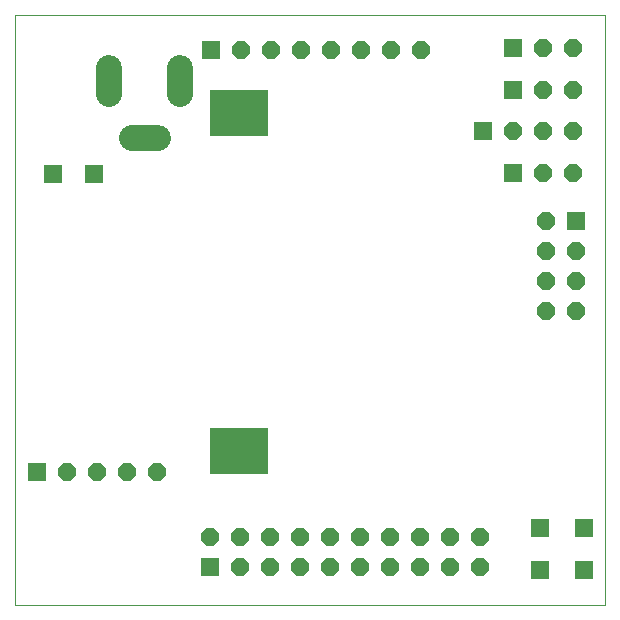
<source format=gbl>
G75*
%MOIN*%
%OFA0B0*%
%FSLAX24Y24*%
%IPPOS*%
%LPD*%
%AMOC8*
5,1,8,0,0,1.08239X$1,22.5*
%
%ADD10C,0.0000*%
%ADD11C,0.0860*%
%ADD12R,0.0600X0.0600*%
%ADD13OC8,0.0600*%
%ADD14R,0.1969X0.1575*%
%ADD15R,0.0591X0.0591*%
D10*
X000500Y000500D02*
X000500Y020185D01*
X020185Y020185D01*
X020185Y000500D01*
X000500Y000500D01*
X000500Y020185D01*
X020185Y020185D01*
X020185Y000500D01*
X000500Y000500D01*
D11*
X004401Y016071D02*
X005261Y016071D01*
X006012Y017531D02*
X006012Y018391D01*
X003650Y018391D02*
X003650Y017531D01*
D12*
X007039Y019004D03*
X016110Y016299D03*
X017106Y017677D03*
X017110Y019059D03*
X017106Y014913D03*
X019197Y013291D03*
X007024Y001772D03*
X001256Y004953D03*
D13*
X002256Y004953D03*
X003256Y004953D03*
X004256Y004953D03*
X005256Y004953D03*
X007024Y002772D03*
X008024Y002772D03*
X009024Y002772D03*
X010024Y002772D03*
X011024Y002772D03*
X012024Y002772D03*
X013024Y002772D03*
X014024Y002772D03*
X015024Y002772D03*
X016024Y002772D03*
X016024Y001772D03*
X015024Y001772D03*
X014024Y001772D03*
X013024Y001772D03*
X012024Y001772D03*
X011024Y001772D03*
X010024Y001772D03*
X009024Y001772D03*
X008024Y001772D03*
X018197Y010291D03*
X019197Y010291D03*
X019197Y011291D03*
X018197Y011291D03*
X018197Y012291D03*
X019197Y012291D03*
X018197Y013291D03*
X018106Y014913D03*
X019106Y014913D03*
X019110Y016299D03*
X018110Y016299D03*
X017110Y016299D03*
X018106Y017677D03*
X019106Y017677D03*
X019110Y019059D03*
X018110Y019059D03*
X014039Y019004D03*
X013039Y019004D03*
X012039Y019004D03*
X011039Y019004D03*
X010039Y019004D03*
X009039Y019004D03*
X008039Y019004D03*
D14*
X007980Y016899D03*
X007980Y005649D03*
D15*
X003157Y014870D03*
X001780Y014870D03*
X017996Y003063D03*
X017996Y001685D03*
X019480Y001685D03*
X019480Y003063D03*
M02*

</source>
